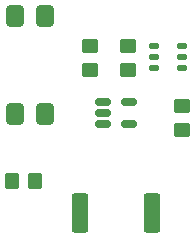
<source format=gbr>
%TF.GenerationSoftware,KiCad,Pcbnew,7.0.2*%
%TF.CreationDate,2023-11-09T14:12:05+01:00*%
%TF.ProjectId,testboard AL5801,74657374-626f-4617-9264-20414c353830,rev?*%
%TF.SameCoordinates,Original*%
%TF.FileFunction,Paste,Top*%
%TF.FilePolarity,Positive*%
%FSLAX46Y46*%
G04 Gerber Fmt 4.6, Leading zero omitted, Abs format (unit mm)*
G04 Created by KiCad (PCBNEW 7.0.2) date 2023-11-09 14:12:05*
%MOMM*%
%LPD*%
G01*
G04 APERTURE LIST*
G04 Aperture macros list*
%AMRoundRect*
0 Rectangle with rounded corners*
0 $1 Rounding radius*
0 $2 $3 $4 $5 $6 $7 $8 $9 X,Y pos of 4 corners*
0 Add a 4 corners polygon primitive as box body*
4,1,4,$2,$3,$4,$5,$6,$7,$8,$9,$2,$3,0*
0 Add four circle primitives for the rounded corners*
1,1,$1+$1,$2,$3*
1,1,$1+$1,$4,$5*
1,1,$1+$1,$6,$7*
1,1,$1+$1,$8,$9*
0 Add four rect primitives between the rounded corners*
20,1,$1+$1,$2,$3,$4,$5,0*
20,1,$1+$1,$4,$5,$6,$7,0*
20,1,$1+$1,$6,$7,$8,$9,0*
20,1,$1+$1,$8,$9,$2,$3,0*%
G04 Aperture macros list end*
%ADD10RoundRect,0.250000X0.450000X-0.350000X0.450000X0.350000X-0.450000X0.350000X-0.450000X-0.350000X0*%
%ADD11RoundRect,0.249999X0.450001X1.425001X-0.450001X1.425001X-0.450001X-1.425001X0.450001X-1.425001X0*%
%ADD12RoundRect,0.137500X-0.262500X0.137500X-0.262500X-0.137500X0.262500X-0.137500X0.262500X0.137500X0*%
%ADD13RoundRect,0.250000X-0.450000X0.350000X-0.450000X-0.350000X0.450000X-0.350000X0.450000X0.350000X0*%
%ADD14RoundRect,0.150000X-0.512500X-0.150000X0.512500X-0.150000X0.512500X0.150000X-0.512500X0.150000X0*%
%ADD15RoundRect,0.375000X-0.375000X0.575000X-0.375000X-0.575000X0.375000X-0.575000X0.375000X0.575000X0*%
%ADD16RoundRect,0.250000X-0.350000X-0.450000X0.350000X-0.450000X0.350000X0.450000X-0.350000X0.450000X0*%
G04 APERTURE END LIST*
D10*
%TO.C,R1*%
X148386800Y-69376800D03*
X148386800Y-67376800D03*
%TD*%
D11*
%TO.C,R4*%
X145825000Y-76400000D03*
X139725000Y-76400000D03*
%TD*%
D12*
%TO.C,U1*%
X148367600Y-64170600D03*
X148367600Y-63220600D03*
X148367600Y-62270600D03*
X145967600Y-62270600D03*
X145967600Y-63220600D03*
X145967600Y-64170600D03*
%TD*%
D13*
%TO.C,R3*%
X143789400Y-62322200D03*
X143789400Y-64322200D03*
%TD*%
D14*
%TO.C,U2*%
X141635900Y-67045800D03*
X141635900Y-67995800D03*
X141635900Y-68945800D03*
X143910900Y-68945800D03*
X143910900Y-67045800D03*
%TD*%
D15*
%TO.C,mosfet1*%
X134213600Y-68081804D03*
X136753600Y-68081804D03*
X136753600Y-59781804D03*
X134213600Y-59781804D03*
%TD*%
D16*
%TO.C,R5*%
X133950200Y-73736200D03*
X135950200Y-73736200D03*
%TD*%
D13*
%TO.C,R2*%
X140614400Y-62322200D03*
X140614400Y-64322200D03*
%TD*%
M02*

</source>
